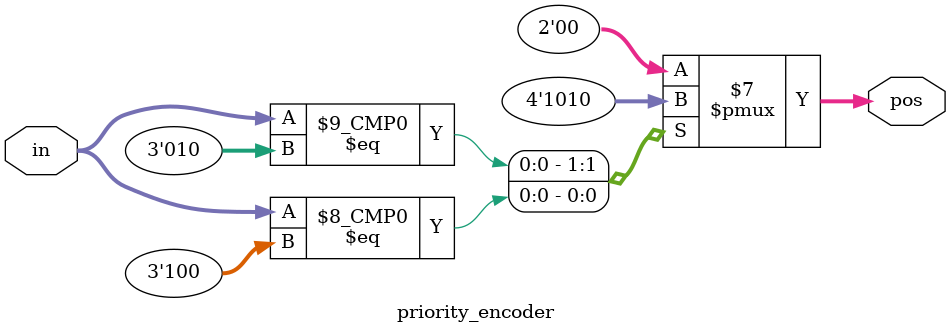
<source format=v>
module priority_encoder( 
input [2:0] in,
output reg [1:0] pos ); 
// When sel=1, assign b to out
// This is a 4 bit comparator, then in is zero.
always @ (in )
begin
	case({in})
		3'b010: pos <= 2'b10;
		3'b100: pos <= 2'b10;
		default: pos <= 2'b00;
	endcase
end
//assign b to out
assign out = pos[3] ? (in[1] ? in :
										in[0]) : 1'b0;
endmodule

</source>
